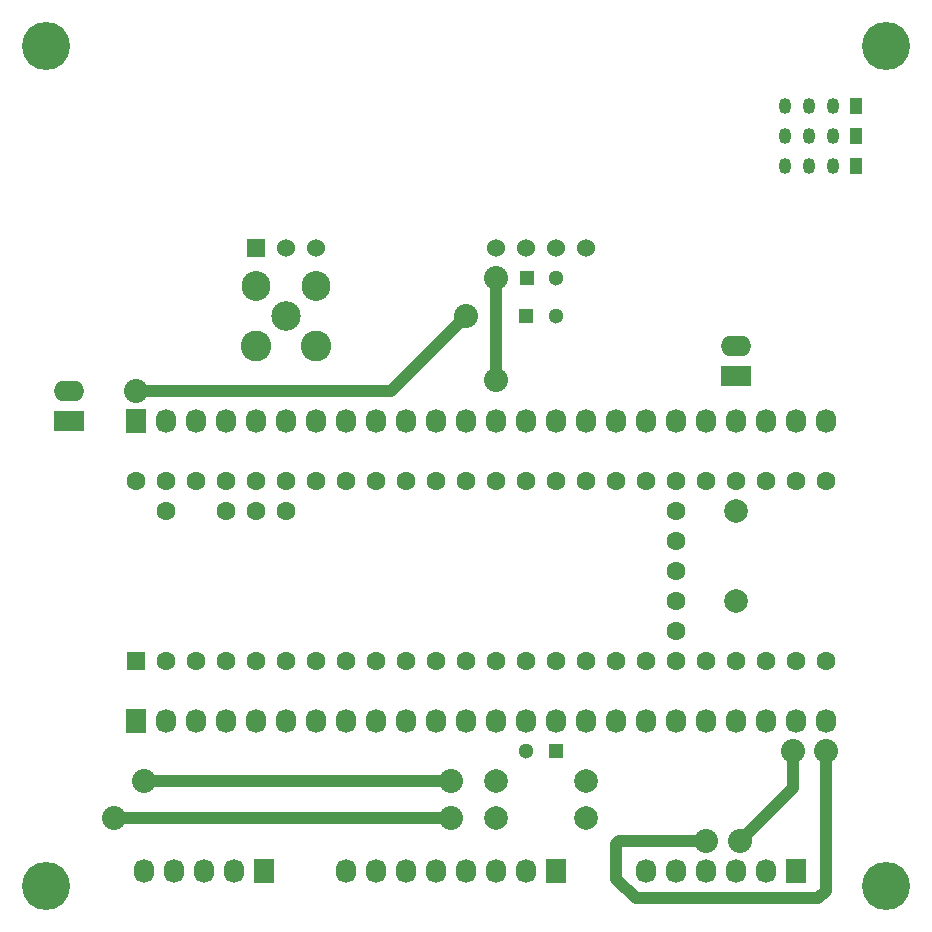
<source format=gbr>
G04 #@! TF.FileFunction,Copper,L1,Top,Signal*
%FSLAX46Y46*%
G04 Gerber Fmt 4.6, Leading zero omitted, Abs format (unit mm)*
G04 Created by KiCad (PCBNEW 4.0.5) date Monday, March 20, 2017 'PMt' 03:41:12 PM*
%MOMM*%
%LPD*%
G01*
G04 APERTURE LIST*
%ADD10C,2.000000*%
%ADD11R,1.727200X2.032000*%
%ADD12O,1.727200X2.032000*%
%ADD13C,1.998980*%
%ADD14C,1.600000*%
%ADD15R,1.600000X1.600000*%
%ADD16C,2.500000*%
%ADD17O,2.413000X2.540000*%
%ADD18C,2.600000*%
%ADD19R,1.300000X1.300000*%
%ADD20C,1.300000*%
%ADD21R,2.600000X1.727200*%
%ADD22O,2.600000X1.727200*%
%ADD23R,1.016000X1.350000*%
%ADD24O,1.016000X1.350000*%
%ADD25C,1.524000*%
%ADD26R,1.524000X1.524000*%
%ADD27C,4.064000*%
%ADD28C,2.032000*%
%ADD29C,1.016000*%
G04 APERTURE END LIST*
D10*
D11*
X116840000Y-123190000D03*
D12*
X114300000Y-123190000D03*
X111760000Y-123190000D03*
X109220000Y-123190000D03*
X106680000Y-123190000D03*
X104140000Y-123190000D03*
D11*
X71755000Y-123190000D03*
D12*
X69215000Y-123190000D03*
X66675000Y-123190000D03*
X64135000Y-123190000D03*
X61595000Y-123190000D03*
D11*
X96520000Y-123190000D03*
D12*
X93980000Y-123190000D03*
X91440000Y-123190000D03*
X88900000Y-123190000D03*
X86360000Y-123190000D03*
X83820000Y-123190000D03*
X81280000Y-123190000D03*
X78740000Y-123190000D03*
D11*
X60960000Y-110490000D03*
D12*
X63500000Y-110490000D03*
X66040000Y-110490000D03*
X68580000Y-110490000D03*
X71120000Y-110490000D03*
X73660000Y-110490000D03*
X76200000Y-110490000D03*
X78740000Y-110490000D03*
X81280000Y-110490000D03*
X83820000Y-110490000D03*
X86360000Y-110490000D03*
X88900000Y-110490000D03*
X91440000Y-110490000D03*
X93980000Y-110490000D03*
X96520000Y-110490000D03*
X99060000Y-110490000D03*
X101600000Y-110490000D03*
X104140000Y-110490000D03*
X106680000Y-110490000D03*
X109220000Y-110490000D03*
X111760000Y-110490000D03*
X114300000Y-110490000D03*
X116840000Y-110490000D03*
X119380000Y-110490000D03*
D11*
X60960000Y-85090000D03*
D12*
X63500000Y-85090000D03*
X66040000Y-85090000D03*
X68580000Y-85090000D03*
X71120000Y-85090000D03*
X73660000Y-85090000D03*
X76200000Y-85090000D03*
X78740000Y-85090000D03*
X81280000Y-85090000D03*
X83820000Y-85090000D03*
X86360000Y-85090000D03*
X88900000Y-85090000D03*
X91440000Y-85090000D03*
X93980000Y-85090000D03*
X96520000Y-85090000D03*
X99060000Y-85090000D03*
X101600000Y-85090000D03*
X104140000Y-85090000D03*
X106680000Y-85090000D03*
X109220000Y-85090000D03*
X111760000Y-85090000D03*
X114300000Y-85090000D03*
X116840000Y-85090000D03*
X119380000Y-85090000D03*
D13*
X99060000Y-115570000D03*
X91440000Y-115570000D03*
X99060000Y-118745000D03*
X91440000Y-118745000D03*
D14*
X101600000Y-105410000D03*
X104140000Y-105410000D03*
X106680000Y-105410000D03*
X109220000Y-105410000D03*
X99060000Y-105410000D03*
X96520000Y-105410000D03*
X93980000Y-105410000D03*
X111760000Y-105410000D03*
X114300000Y-105410000D03*
X116840000Y-105410000D03*
X119380000Y-105410000D03*
X106680000Y-102870000D03*
X106680000Y-100330000D03*
X106680000Y-97790000D03*
X106680000Y-95250000D03*
X106680000Y-92710000D03*
X119380000Y-90170000D03*
X116840000Y-90170000D03*
X114300000Y-90170000D03*
X111760000Y-90170000D03*
X109220000Y-90170000D03*
X106680000Y-90170000D03*
X104140000Y-90170000D03*
X101600000Y-90170000D03*
X91440000Y-105410000D03*
X88900000Y-105410000D03*
X86360000Y-105410000D03*
X83820000Y-105410000D03*
X81280000Y-105410000D03*
X78740000Y-105410000D03*
X76200000Y-105410000D03*
X73660000Y-105410000D03*
X71120000Y-105410000D03*
X68580000Y-105410000D03*
X66040000Y-105410000D03*
X63500000Y-105410000D03*
D15*
X60960000Y-105410000D03*
D14*
X99060000Y-90170000D03*
X96520000Y-90170000D03*
X93980000Y-90170000D03*
X91440000Y-90170000D03*
X88900000Y-90170000D03*
X86360000Y-90170000D03*
X83820000Y-90170000D03*
X81280000Y-90170000D03*
X78740000Y-90170000D03*
X76200000Y-90170000D03*
X73660000Y-90170000D03*
X71120000Y-90170000D03*
X68580000Y-90170000D03*
X66040000Y-90170000D03*
X63500000Y-90170000D03*
X60960000Y-90170000D03*
X63500000Y-92710000D03*
X68580000Y-92710000D03*
X71120000Y-92710000D03*
X73660000Y-92710000D03*
D16*
X73660000Y-76200000D03*
D17*
X76200000Y-73660000D03*
X71120000Y-73660000D03*
D18*
X71120000Y-78740000D03*
X76200000Y-78740000D03*
D19*
X94020000Y-73025000D03*
D20*
X96520000Y-73025000D03*
D19*
X96480000Y-113030000D03*
D20*
X93980000Y-113030000D03*
D13*
X111760000Y-100330000D03*
X111760000Y-92710000D03*
D21*
X111760000Y-81280000D03*
D22*
X111760000Y-78740000D03*
D21*
X55245000Y-85090000D03*
D22*
X55245000Y-82550000D03*
D23*
X121920000Y-63500000D03*
D24*
X119920000Y-63500000D03*
X117920000Y-63500000D03*
X115920000Y-63500000D03*
D23*
X121920000Y-60960000D03*
D24*
X119920000Y-60960000D03*
X117920000Y-60960000D03*
X115920000Y-60960000D03*
D23*
X121920000Y-58420000D03*
D24*
X119920000Y-58420000D03*
X117920000Y-58420000D03*
X115920000Y-58420000D03*
D19*
X93980000Y-76200000D03*
D20*
X96480000Y-76200000D03*
D25*
X76200000Y-70485000D03*
X73660000Y-70485000D03*
D26*
X71120000Y-70485000D03*
D25*
X93980000Y-70485000D03*
X91440000Y-70485000D03*
X99060000Y-70485000D03*
X96520000Y-70485000D03*
D27*
X53340000Y-53340000D03*
X124460000Y-53340000D03*
X124460000Y-124460000D03*
X53340000Y-124460000D03*
D28*
X59055000Y-118745000D03*
X87630000Y-118745000D03*
X87630000Y-115570000D03*
X61595000Y-115570000D03*
X116535201Y-113038711D03*
X112064813Y-120650000D03*
X119380000Y-113030000D03*
X109220000Y-120650000D03*
X88900002Y-76200000D03*
X60960000Y-82550000D03*
X91440000Y-73025000D03*
X91440000Y-81661000D03*
D29*
X87630000Y-118745000D02*
X59055000Y-118745000D01*
X87630000Y-115570000D02*
X61595000Y-115570000D01*
X112064813Y-120650000D02*
X116535201Y-116179612D01*
X116535201Y-114475551D02*
X116535201Y-113038711D01*
X116535201Y-116179612D02*
X116535201Y-114475551D01*
X119380000Y-114466840D02*
X119380000Y-113030000D01*
X119380000Y-124872752D02*
X119380000Y-114466840D01*
X118725942Y-125526810D02*
X119380000Y-124872752D01*
X103235188Y-125526810D02*
X118725942Y-125526810D01*
X101600000Y-123891622D02*
X103235188Y-125526810D01*
X101600000Y-120904000D02*
X101600000Y-123891622D01*
X101854000Y-120650000D02*
X101600000Y-120904000D01*
X109220000Y-120650000D02*
X101854000Y-120650000D01*
X87884003Y-77215999D02*
X88900002Y-76200000D01*
X82550002Y-82550000D02*
X87884003Y-77215999D01*
X60960000Y-82550000D02*
X82550002Y-82550000D01*
X61021751Y-82488249D02*
X60960000Y-82550000D01*
X91440000Y-81280000D02*
X91440000Y-74461840D01*
X91440000Y-74461840D02*
X91440000Y-73025000D01*
M02*

</source>
